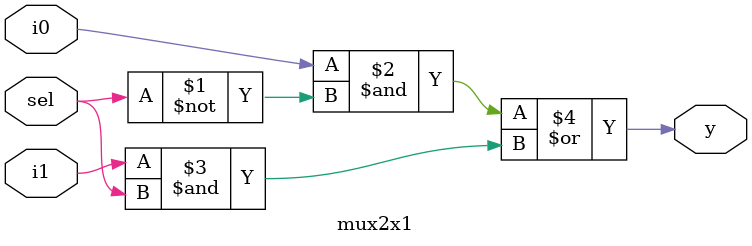
<source format=v>
module mux4x1 (
    input i0,i1,i2,i3,s1,s0,
    output y
);
    wire y1,y2;

    mux2x1 m1 (i0, i1, s0, y1);
    mux2x1 m2 (i2, i3, s0, y2);
    mux2x1 m3 (y1, y2, s1, y);
    
endmodule

module mux2x1 (
    input i0,i1,sel,
    output y
);
    assign y = ( i0 & ~sel) | ( i1 & sel);
endmodule
</source>
